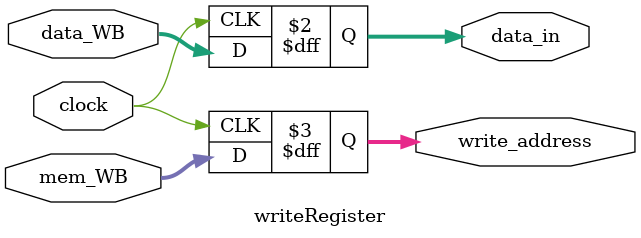
<source format=v>

module writeRegister(
	input wire [31:0] data_WB,
	input wire [4:0] mem_WB,
	input wire clock,
	output reg [31:0] data_in,
	output reg [4:0] write_address);
	
	always @(posedge clock) begin
		data_in[31:0] <= data_WB[31:0];
		write_address[4:0] <= mem_WB[4:0];
	end
	
endmodule

</source>
